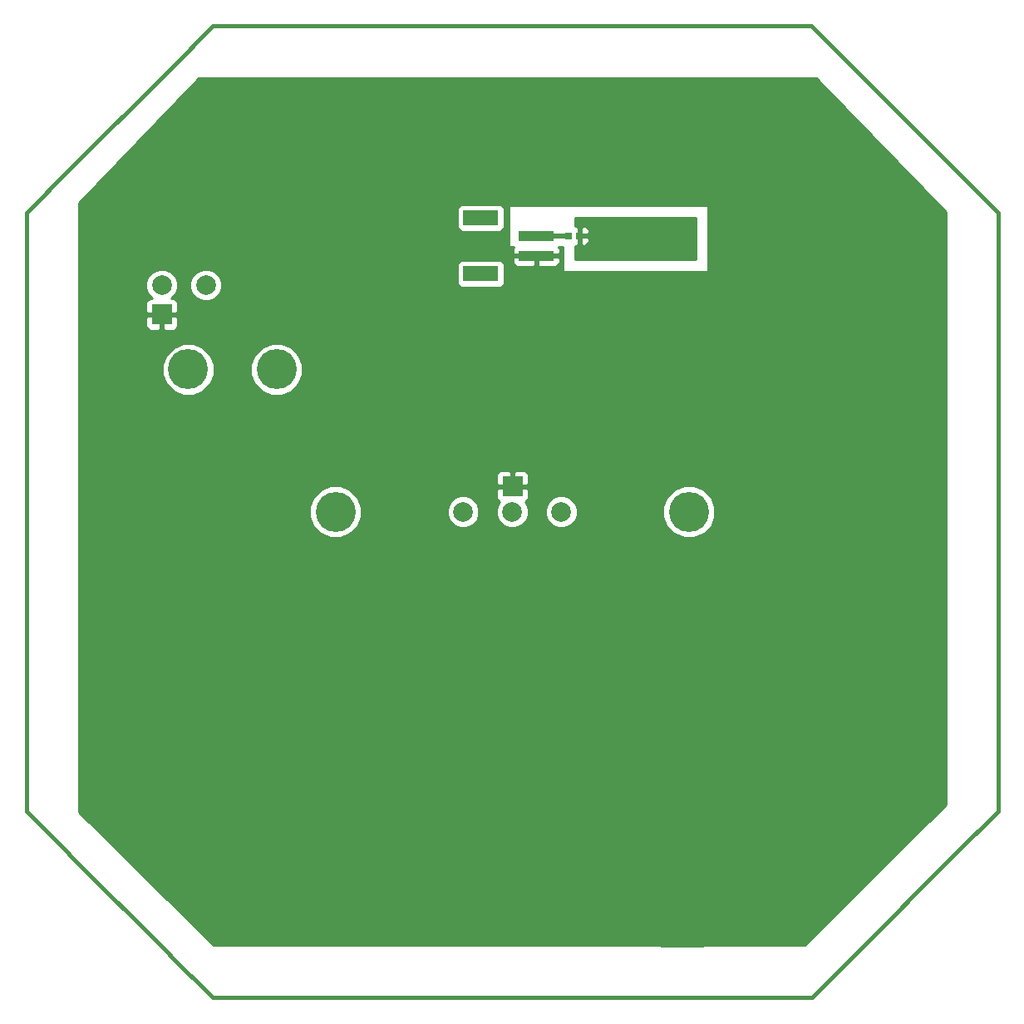
<source format=gbl>
G04 (created by PCBNEW (2013-june-11)-stable) date Sun 22 Dec 2013 01:43:27 AM CST*
%MOIN*%
G04 Gerber Fmt 3.4, Leading zero omitted, Abs format*
%FSLAX34Y34*%
G01*
G70*
G90*
G04 APERTURE LIST*
%ADD10C,0.00590551*%
%ADD11C,0.015*%
%ADD12R,0.14X0.04*%
%ADD13R,0.14X0.06*%
%ADD14C,0.16*%
%ADD15R,0.0276X0.0276*%
%ADD16C,0.0787*%
%ADD17R,0.0787X0.0787*%
%ADD18C,0.035*%
%ADD19C,0.008*%
%ADD20C,0.019685*%
%ADD21C,0.01*%
G04 APERTURE END LIST*
G54D10*
G54D11*
X59122Y-27015D02*
X35114Y-27015D01*
X66607Y-58488D02*
X66607Y-34504D01*
X35114Y-65984D02*
X59142Y-65984D01*
X27638Y-58504D02*
X27638Y-34500D01*
X33390Y-64256D02*
X35110Y-65976D01*
X27643Y-58508D02*
X27642Y-58508D01*
X29351Y-60216D02*
X27643Y-58508D01*
X59142Y-65969D02*
X59142Y-65980D01*
X60851Y-64260D02*
X59142Y-65969D01*
X66607Y-58503D02*
X66607Y-58500D01*
X64890Y-60220D02*
X66607Y-58503D01*
X66603Y-34492D02*
X66603Y-34496D01*
X64886Y-32775D02*
X66603Y-34492D01*
X59126Y-27015D02*
X59126Y-27012D01*
X60843Y-28732D02*
X59126Y-27015D01*
X33402Y-28728D02*
X35118Y-27012D01*
X27638Y-34495D02*
X27638Y-34496D01*
X29358Y-32775D02*
X27638Y-34495D01*
X29355Y-32779D02*
X33402Y-28732D01*
X64890Y-32779D02*
X60843Y-28732D01*
X60843Y-64267D02*
X64890Y-60220D01*
X33402Y-64267D02*
X29358Y-60223D01*
G54D12*
X48086Y-35426D03*
X48086Y-36226D03*
G54D13*
X45866Y-36946D03*
X45866Y-34706D03*
G54D14*
X34134Y-40787D03*
X37677Y-40787D03*
X40039Y-46496D03*
X54212Y-46496D03*
G54D15*
X49823Y-35433D03*
X49389Y-35433D03*
G54D16*
X47126Y-46496D03*
X49095Y-46496D03*
X45158Y-46496D03*
X33070Y-37401D03*
X34842Y-37401D03*
G54D17*
X33070Y-38582D03*
X47136Y-45482D03*
G54D18*
X54133Y-36023D03*
X54133Y-35433D03*
X54133Y-34842D03*
X53543Y-34842D03*
X53543Y-35433D03*
X53543Y-36023D03*
X52952Y-36023D03*
X52952Y-35433D03*
X52952Y-34842D03*
X52362Y-34842D03*
X52362Y-35433D03*
X52362Y-36023D03*
X51771Y-36023D03*
X51771Y-35433D03*
X51771Y-34842D03*
X58464Y-39763D03*
X58464Y-40354D03*
X57283Y-40354D03*
X57283Y-39763D03*
X57874Y-39763D03*
X57874Y-40354D03*
X45078Y-39763D03*
X45078Y-40354D03*
X43897Y-40354D03*
X43897Y-39763D03*
X44488Y-39763D03*
X44488Y-40354D03*
X53346Y-53740D03*
X53346Y-54330D03*
X52165Y-54330D03*
X52165Y-53740D03*
X52755Y-53740D03*
X52755Y-54330D03*
X45866Y-61417D03*
X45866Y-62007D03*
X44685Y-62007D03*
X44685Y-61417D03*
X45275Y-61417D03*
X45275Y-62007D03*
X38188Y-53740D03*
X38188Y-54330D03*
X37007Y-54330D03*
X37007Y-53740D03*
X37598Y-53740D03*
X37598Y-54330D03*
X45078Y-32283D03*
X45078Y-32874D03*
X43897Y-32874D03*
X43897Y-32283D03*
X44488Y-32283D03*
X44488Y-32874D03*
X45748Y-48267D03*
X45748Y-47677D03*
X46614Y-47638D03*
X46142Y-48267D03*
X46142Y-47677D03*
G54D11*
X54133Y-34842D02*
X54133Y-35433D01*
X53543Y-35433D02*
X53543Y-34842D01*
X52952Y-36023D02*
X53543Y-36023D01*
X52952Y-34842D02*
X52952Y-35433D01*
X52362Y-35433D02*
X52362Y-34842D01*
X51771Y-36023D02*
X52362Y-36023D01*
X51771Y-34842D02*
X51771Y-35433D01*
G54D19*
X58464Y-40354D02*
X58464Y-39763D01*
X57283Y-39763D02*
X57283Y-40354D01*
X57874Y-40354D02*
X57874Y-39763D01*
X45078Y-40354D02*
X45078Y-39763D01*
X43897Y-39763D02*
X43897Y-40354D01*
X44488Y-40354D02*
X44488Y-39763D01*
X53346Y-54330D02*
X53346Y-53740D01*
X52165Y-53740D02*
X52165Y-54330D01*
X52755Y-54330D02*
X52755Y-53740D01*
X45866Y-62007D02*
X45866Y-61417D01*
X44685Y-61417D02*
X44685Y-62007D01*
X45275Y-62007D02*
X45275Y-61417D01*
X38188Y-54330D02*
X38188Y-53740D01*
X37007Y-53740D02*
X37007Y-54330D01*
X37598Y-54330D02*
X37598Y-53740D01*
X45078Y-32874D02*
X45078Y-32283D01*
X43897Y-32283D02*
X43897Y-32874D01*
X44488Y-32874D02*
X44488Y-32283D01*
X45748Y-47677D02*
X45748Y-48267D01*
X46142Y-48267D02*
X46142Y-47677D01*
G54D20*
X49389Y-35433D02*
X48092Y-35433D01*
X48092Y-35433D02*
X48086Y-35426D01*
G54D10*
G36*
X64517Y-58246D02*
X58837Y-63887D01*
X55262Y-63887D01*
X55262Y-46288D01*
X55103Y-45902D01*
X54971Y-45769D01*
X54971Y-36861D01*
X54971Y-34201D01*
X46997Y-34201D01*
X46997Y-35876D01*
X47182Y-35876D01*
X47174Y-35885D01*
X47136Y-35977D01*
X47136Y-36114D01*
X47198Y-36176D01*
X48036Y-36176D01*
X48036Y-36168D01*
X48136Y-36168D01*
X48136Y-36176D01*
X48973Y-36176D01*
X49036Y-36114D01*
X49036Y-35977D01*
X48998Y-35885D01*
X48989Y-35876D01*
X49162Y-35876D01*
X49162Y-36861D01*
X54971Y-36861D01*
X54971Y-45769D01*
X54808Y-45606D01*
X54422Y-45446D01*
X54004Y-45445D01*
X53618Y-45605D01*
X53322Y-45900D01*
X53162Y-46286D01*
X53162Y-46704D01*
X53321Y-47090D01*
X53617Y-47385D01*
X54002Y-47545D01*
X54420Y-47546D01*
X54806Y-47386D01*
X54971Y-47222D01*
X55102Y-47091D01*
X55262Y-46705D01*
X55262Y-46288D01*
X55262Y-63887D01*
X54971Y-63887D01*
X54921Y-63887D01*
X54800Y-63887D01*
X54800Y-63890D01*
X53090Y-63890D01*
X53090Y-63887D01*
X49738Y-63887D01*
X49738Y-46368D01*
X49640Y-46131D01*
X49459Y-45950D01*
X49223Y-45852D01*
X49036Y-45852D01*
X49036Y-36476D01*
X49036Y-36339D01*
X48973Y-36276D01*
X48136Y-36276D01*
X48136Y-36614D01*
X48198Y-36676D01*
X48736Y-36676D01*
X48836Y-36676D01*
X48927Y-36638D01*
X48998Y-36568D01*
X49036Y-36476D01*
X49036Y-45852D01*
X48967Y-45852D01*
X48730Y-45950D01*
X48549Y-46131D01*
X48451Y-46367D01*
X48451Y-46623D01*
X48549Y-46860D01*
X48730Y-47041D01*
X48966Y-47139D01*
X49222Y-47139D01*
X49459Y-47041D01*
X49640Y-46860D01*
X49738Y-46624D01*
X49738Y-46368D01*
X49738Y-63887D01*
X48036Y-63887D01*
X48036Y-36614D01*
X48036Y-36276D01*
X47198Y-36276D01*
X47136Y-36339D01*
X47136Y-36476D01*
X47174Y-36568D01*
X47244Y-36638D01*
X47336Y-36676D01*
X47435Y-36676D01*
X47973Y-36676D01*
X48036Y-36614D01*
X48036Y-63887D01*
X47779Y-63887D01*
X47779Y-45825D01*
X47779Y-45138D01*
X47779Y-45038D01*
X47741Y-44946D01*
X47670Y-44876D01*
X47579Y-44838D01*
X47248Y-44838D01*
X47186Y-44901D01*
X47186Y-45432D01*
X47717Y-45432D01*
X47779Y-45369D01*
X47779Y-45138D01*
X47779Y-45825D01*
X47779Y-45594D01*
X47717Y-45532D01*
X47186Y-45532D01*
X47186Y-45539D01*
X47086Y-45539D01*
X47086Y-45532D01*
X47086Y-45432D01*
X47086Y-44901D01*
X47023Y-44838D01*
X46816Y-44838D01*
X46816Y-37197D01*
X46816Y-36597D01*
X46816Y-34957D01*
X46816Y-34357D01*
X46778Y-34265D01*
X46707Y-34194D01*
X46616Y-34156D01*
X46516Y-34156D01*
X45116Y-34156D01*
X45024Y-34194D01*
X44954Y-34264D01*
X44916Y-34356D01*
X44916Y-34456D01*
X44916Y-35056D01*
X44954Y-35148D01*
X45024Y-35218D01*
X45116Y-35256D01*
X45215Y-35256D01*
X46615Y-35256D01*
X46707Y-35218D01*
X46777Y-35148D01*
X46816Y-35056D01*
X46816Y-34957D01*
X46816Y-36597D01*
X46778Y-36505D01*
X46707Y-36434D01*
X46616Y-36396D01*
X46516Y-36396D01*
X45116Y-36396D01*
X45024Y-36434D01*
X44954Y-36504D01*
X44916Y-36596D01*
X44916Y-36696D01*
X44916Y-37296D01*
X44954Y-37388D01*
X45024Y-37458D01*
X45116Y-37496D01*
X45215Y-37496D01*
X46615Y-37496D01*
X46707Y-37458D01*
X46777Y-37388D01*
X46816Y-37296D01*
X46816Y-37197D01*
X46816Y-44838D01*
X46692Y-44838D01*
X46601Y-44876D01*
X46530Y-44946D01*
X46492Y-45038D01*
X46492Y-45138D01*
X46492Y-45369D01*
X46555Y-45432D01*
X47086Y-45432D01*
X47086Y-45532D01*
X46555Y-45532D01*
X46492Y-45594D01*
X46492Y-45825D01*
X46492Y-45925D01*
X46530Y-46017D01*
X46601Y-46087D01*
X46617Y-46094D01*
X46580Y-46131D01*
X46482Y-46367D01*
X46482Y-46623D01*
X46580Y-46860D01*
X46761Y-47041D01*
X46997Y-47139D01*
X47253Y-47139D01*
X47490Y-47041D01*
X47671Y-46860D01*
X47769Y-46624D01*
X47769Y-46368D01*
X47671Y-46131D01*
X47640Y-46100D01*
X47670Y-46087D01*
X47741Y-46017D01*
X47779Y-45925D01*
X47779Y-45825D01*
X47779Y-63887D01*
X45801Y-63887D01*
X45801Y-46368D01*
X45703Y-46131D01*
X45522Y-45950D01*
X45286Y-45852D01*
X45030Y-45852D01*
X44793Y-45950D01*
X44612Y-46131D01*
X44514Y-46367D01*
X44514Y-46623D01*
X44612Y-46860D01*
X44793Y-47041D01*
X45029Y-47139D01*
X45285Y-47139D01*
X45522Y-47041D01*
X45703Y-46860D01*
X45801Y-46624D01*
X45801Y-46368D01*
X45801Y-63887D01*
X41089Y-63887D01*
X41089Y-46288D01*
X40930Y-45902D01*
X40634Y-45606D01*
X40249Y-45446D01*
X39831Y-45445D01*
X39445Y-45605D01*
X39149Y-45900D01*
X38989Y-46286D01*
X38989Y-46704D01*
X39148Y-47090D01*
X39443Y-47385D01*
X39829Y-47545D01*
X40247Y-47546D01*
X40633Y-47386D01*
X40928Y-47091D01*
X41089Y-46705D01*
X41089Y-46288D01*
X41089Y-63887D01*
X38727Y-63887D01*
X38727Y-40579D01*
X38567Y-40193D01*
X38272Y-39897D01*
X37886Y-39737D01*
X37469Y-39736D01*
X37083Y-39896D01*
X36787Y-40191D01*
X36627Y-40577D01*
X36626Y-40994D01*
X36786Y-41381D01*
X37081Y-41676D01*
X37467Y-41836D01*
X37884Y-41837D01*
X38271Y-41677D01*
X38566Y-41382D01*
X38726Y-40996D01*
X38727Y-40579D01*
X38727Y-63887D01*
X35486Y-63887D01*
X35486Y-37274D01*
X35388Y-37037D01*
X35207Y-36856D01*
X34971Y-36758D01*
X34715Y-36757D01*
X34478Y-36855D01*
X34297Y-37036D01*
X34199Y-37273D01*
X34198Y-37529D01*
X34296Y-37765D01*
X34477Y-37946D01*
X34713Y-38044D01*
X34969Y-38045D01*
X35206Y-37947D01*
X35387Y-37766D01*
X35485Y-37530D01*
X35486Y-37274D01*
X35486Y-63887D01*
X35184Y-63887D01*
X35184Y-40579D01*
X35024Y-40193D01*
X34729Y-39897D01*
X34343Y-39737D01*
X33926Y-39736D01*
X33714Y-39824D01*
X33714Y-37274D01*
X33616Y-37037D01*
X33435Y-36856D01*
X33199Y-36758D01*
X32943Y-36757D01*
X32706Y-36855D01*
X32525Y-37036D01*
X32427Y-37273D01*
X32427Y-37529D01*
X32525Y-37765D01*
X32698Y-37939D01*
X32627Y-37939D01*
X32535Y-37977D01*
X32465Y-38047D01*
X32427Y-38139D01*
X32427Y-38238D01*
X32427Y-38470D01*
X32489Y-38532D01*
X33020Y-38532D01*
X33020Y-38524D01*
X33120Y-38524D01*
X33120Y-38532D01*
X33651Y-38532D01*
X33714Y-38470D01*
X33714Y-38238D01*
X33714Y-38139D01*
X33676Y-38047D01*
X33605Y-37977D01*
X33513Y-37939D01*
X33443Y-37939D01*
X33616Y-37766D01*
X33714Y-37530D01*
X33714Y-37274D01*
X33714Y-39824D01*
X33714Y-39824D01*
X33714Y-38926D01*
X33714Y-38695D01*
X33651Y-38632D01*
X33120Y-38632D01*
X33120Y-39163D01*
X33183Y-39226D01*
X33513Y-39226D01*
X33605Y-39188D01*
X33676Y-39117D01*
X33714Y-39026D01*
X33714Y-38926D01*
X33714Y-39824D01*
X33540Y-39896D01*
X33244Y-40191D01*
X33084Y-40577D01*
X33083Y-40994D01*
X33243Y-41381D01*
X33538Y-41676D01*
X33924Y-41836D01*
X34341Y-41837D01*
X34728Y-41677D01*
X35023Y-41382D01*
X35183Y-40996D01*
X35184Y-40579D01*
X35184Y-63887D01*
X35138Y-63887D01*
X33020Y-61784D01*
X33020Y-39163D01*
X33020Y-38632D01*
X32489Y-38632D01*
X32427Y-38695D01*
X32427Y-38926D01*
X32427Y-39026D01*
X32465Y-39117D01*
X32535Y-39188D01*
X32627Y-39226D01*
X32958Y-39226D01*
X33020Y-39163D01*
X33020Y-61784D01*
X29735Y-58522D01*
X29735Y-34114D01*
X34549Y-29105D01*
X59309Y-29105D01*
X64517Y-34468D01*
X64517Y-58246D01*
X64517Y-58246D01*
G37*
G54D21*
X64517Y-58246D02*
X58837Y-63887D01*
X55262Y-63887D01*
X55262Y-46288D01*
X55103Y-45902D01*
X54971Y-45769D01*
X54971Y-36861D01*
X54971Y-34201D01*
X46997Y-34201D01*
X46997Y-35876D01*
X47182Y-35876D01*
X47174Y-35885D01*
X47136Y-35977D01*
X47136Y-36114D01*
X47198Y-36176D01*
X48036Y-36176D01*
X48036Y-36168D01*
X48136Y-36168D01*
X48136Y-36176D01*
X48973Y-36176D01*
X49036Y-36114D01*
X49036Y-35977D01*
X48998Y-35885D01*
X48989Y-35876D01*
X49162Y-35876D01*
X49162Y-36861D01*
X54971Y-36861D01*
X54971Y-45769D01*
X54808Y-45606D01*
X54422Y-45446D01*
X54004Y-45445D01*
X53618Y-45605D01*
X53322Y-45900D01*
X53162Y-46286D01*
X53162Y-46704D01*
X53321Y-47090D01*
X53617Y-47385D01*
X54002Y-47545D01*
X54420Y-47546D01*
X54806Y-47386D01*
X54971Y-47222D01*
X55102Y-47091D01*
X55262Y-46705D01*
X55262Y-46288D01*
X55262Y-63887D01*
X54971Y-63887D01*
X54921Y-63887D01*
X54800Y-63887D01*
X54800Y-63890D01*
X53090Y-63890D01*
X53090Y-63887D01*
X49738Y-63887D01*
X49738Y-46368D01*
X49640Y-46131D01*
X49459Y-45950D01*
X49223Y-45852D01*
X49036Y-45852D01*
X49036Y-36476D01*
X49036Y-36339D01*
X48973Y-36276D01*
X48136Y-36276D01*
X48136Y-36614D01*
X48198Y-36676D01*
X48736Y-36676D01*
X48836Y-36676D01*
X48927Y-36638D01*
X48998Y-36568D01*
X49036Y-36476D01*
X49036Y-45852D01*
X48967Y-45852D01*
X48730Y-45950D01*
X48549Y-46131D01*
X48451Y-46367D01*
X48451Y-46623D01*
X48549Y-46860D01*
X48730Y-47041D01*
X48966Y-47139D01*
X49222Y-47139D01*
X49459Y-47041D01*
X49640Y-46860D01*
X49738Y-46624D01*
X49738Y-46368D01*
X49738Y-63887D01*
X48036Y-63887D01*
X48036Y-36614D01*
X48036Y-36276D01*
X47198Y-36276D01*
X47136Y-36339D01*
X47136Y-36476D01*
X47174Y-36568D01*
X47244Y-36638D01*
X47336Y-36676D01*
X47435Y-36676D01*
X47973Y-36676D01*
X48036Y-36614D01*
X48036Y-63887D01*
X47779Y-63887D01*
X47779Y-45825D01*
X47779Y-45138D01*
X47779Y-45038D01*
X47741Y-44946D01*
X47670Y-44876D01*
X47579Y-44838D01*
X47248Y-44838D01*
X47186Y-44901D01*
X47186Y-45432D01*
X47717Y-45432D01*
X47779Y-45369D01*
X47779Y-45138D01*
X47779Y-45825D01*
X47779Y-45594D01*
X47717Y-45532D01*
X47186Y-45532D01*
X47186Y-45539D01*
X47086Y-45539D01*
X47086Y-45532D01*
X47086Y-45432D01*
X47086Y-44901D01*
X47023Y-44838D01*
X46816Y-44838D01*
X46816Y-37197D01*
X46816Y-36597D01*
X46816Y-34957D01*
X46816Y-34357D01*
X46778Y-34265D01*
X46707Y-34194D01*
X46616Y-34156D01*
X46516Y-34156D01*
X45116Y-34156D01*
X45024Y-34194D01*
X44954Y-34264D01*
X44916Y-34356D01*
X44916Y-34456D01*
X44916Y-35056D01*
X44954Y-35148D01*
X45024Y-35218D01*
X45116Y-35256D01*
X45215Y-35256D01*
X46615Y-35256D01*
X46707Y-35218D01*
X46777Y-35148D01*
X46816Y-35056D01*
X46816Y-34957D01*
X46816Y-36597D01*
X46778Y-36505D01*
X46707Y-36434D01*
X46616Y-36396D01*
X46516Y-36396D01*
X45116Y-36396D01*
X45024Y-36434D01*
X44954Y-36504D01*
X44916Y-36596D01*
X44916Y-36696D01*
X44916Y-37296D01*
X44954Y-37388D01*
X45024Y-37458D01*
X45116Y-37496D01*
X45215Y-37496D01*
X46615Y-37496D01*
X46707Y-37458D01*
X46777Y-37388D01*
X46816Y-37296D01*
X46816Y-37197D01*
X46816Y-44838D01*
X46692Y-44838D01*
X46601Y-44876D01*
X46530Y-44946D01*
X46492Y-45038D01*
X46492Y-45138D01*
X46492Y-45369D01*
X46555Y-45432D01*
X47086Y-45432D01*
X47086Y-45532D01*
X46555Y-45532D01*
X46492Y-45594D01*
X46492Y-45825D01*
X46492Y-45925D01*
X46530Y-46017D01*
X46601Y-46087D01*
X46617Y-46094D01*
X46580Y-46131D01*
X46482Y-46367D01*
X46482Y-46623D01*
X46580Y-46860D01*
X46761Y-47041D01*
X46997Y-47139D01*
X47253Y-47139D01*
X47490Y-47041D01*
X47671Y-46860D01*
X47769Y-46624D01*
X47769Y-46368D01*
X47671Y-46131D01*
X47640Y-46100D01*
X47670Y-46087D01*
X47741Y-46017D01*
X47779Y-45925D01*
X47779Y-45825D01*
X47779Y-63887D01*
X45801Y-63887D01*
X45801Y-46368D01*
X45703Y-46131D01*
X45522Y-45950D01*
X45286Y-45852D01*
X45030Y-45852D01*
X44793Y-45950D01*
X44612Y-46131D01*
X44514Y-46367D01*
X44514Y-46623D01*
X44612Y-46860D01*
X44793Y-47041D01*
X45029Y-47139D01*
X45285Y-47139D01*
X45522Y-47041D01*
X45703Y-46860D01*
X45801Y-46624D01*
X45801Y-46368D01*
X45801Y-63887D01*
X41089Y-63887D01*
X41089Y-46288D01*
X40930Y-45902D01*
X40634Y-45606D01*
X40249Y-45446D01*
X39831Y-45445D01*
X39445Y-45605D01*
X39149Y-45900D01*
X38989Y-46286D01*
X38989Y-46704D01*
X39148Y-47090D01*
X39443Y-47385D01*
X39829Y-47545D01*
X40247Y-47546D01*
X40633Y-47386D01*
X40928Y-47091D01*
X41089Y-46705D01*
X41089Y-46288D01*
X41089Y-63887D01*
X38727Y-63887D01*
X38727Y-40579D01*
X38567Y-40193D01*
X38272Y-39897D01*
X37886Y-39737D01*
X37469Y-39736D01*
X37083Y-39896D01*
X36787Y-40191D01*
X36627Y-40577D01*
X36626Y-40994D01*
X36786Y-41381D01*
X37081Y-41676D01*
X37467Y-41836D01*
X37884Y-41837D01*
X38271Y-41677D01*
X38566Y-41382D01*
X38726Y-40996D01*
X38727Y-40579D01*
X38727Y-63887D01*
X35486Y-63887D01*
X35486Y-37274D01*
X35388Y-37037D01*
X35207Y-36856D01*
X34971Y-36758D01*
X34715Y-36757D01*
X34478Y-36855D01*
X34297Y-37036D01*
X34199Y-37273D01*
X34198Y-37529D01*
X34296Y-37765D01*
X34477Y-37946D01*
X34713Y-38044D01*
X34969Y-38045D01*
X35206Y-37947D01*
X35387Y-37766D01*
X35485Y-37530D01*
X35486Y-37274D01*
X35486Y-63887D01*
X35184Y-63887D01*
X35184Y-40579D01*
X35024Y-40193D01*
X34729Y-39897D01*
X34343Y-39737D01*
X33926Y-39736D01*
X33714Y-39824D01*
X33714Y-37274D01*
X33616Y-37037D01*
X33435Y-36856D01*
X33199Y-36758D01*
X32943Y-36757D01*
X32706Y-36855D01*
X32525Y-37036D01*
X32427Y-37273D01*
X32427Y-37529D01*
X32525Y-37765D01*
X32698Y-37939D01*
X32627Y-37939D01*
X32535Y-37977D01*
X32465Y-38047D01*
X32427Y-38139D01*
X32427Y-38238D01*
X32427Y-38470D01*
X32489Y-38532D01*
X33020Y-38532D01*
X33020Y-38524D01*
X33120Y-38524D01*
X33120Y-38532D01*
X33651Y-38532D01*
X33714Y-38470D01*
X33714Y-38238D01*
X33714Y-38139D01*
X33676Y-38047D01*
X33605Y-37977D01*
X33513Y-37939D01*
X33443Y-37939D01*
X33616Y-37766D01*
X33714Y-37530D01*
X33714Y-37274D01*
X33714Y-39824D01*
X33714Y-39824D01*
X33714Y-38926D01*
X33714Y-38695D01*
X33651Y-38632D01*
X33120Y-38632D01*
X33120Y-39163D01*
X33183Y-39226D01*
X33513Y-39226D01*
X33605Y-39188D01*
X33676Y-39117D01*
X33714Y-39026D01*
X33714Y-38926D01*
X33714Y-39824D01*
X33540Y-39896D01*
X33244Y-40191D01*
X33084Y-40577D01*
X33083Y-40994D01*
X33243Y-41381D01*
X33538Y-41676D01*
X33924Y-41836D01*
X34341Y-41837D01*
X34728Y-41677D01*
X35023Y-41382D01*
X35183Y-40996D01*
X35184Y-40579D01*
X35184Y-63887D01*
X35138Y-63887D01*
X33020Y-61784D01*
X33020Y-39163D01*
X33020Y-38632D01*
X32489Y-38632D01*
X32427Y-38695D01*
X32427Y-38926D01*
X32427Y-39026D01*
X32465Y-39117D01*
X32535Y-39188D01*
X32627Y-39226D01*
X32958Y-39226D01*
X33020Y-39163D01*
X33020Y-61784D01*
X29735Y-58522D01*
X29735Y-34114D01*
X34549Y-29105D01*
X59309Y-29105D01*
X64517Y-34468D01*
X64517Y-58246D01*
G54D10*
G36*
X54477Y-36367D02*
X50211Y-36367D01*
X50211Y-35521D01*
X50211Y-35344D01*
X50211Y-35245D01*
X50173Y-35153D01*
X50102Y-35083D01*
X50010Y-35045D01*
X49935Y-35045D01*
X49873Y-35107D01*
X49873Y-35383D01*
X50148Y-35383D01*
X50211Y-35320D01*
X50211Y-35344D01*
X50211Y-35521D01*
X50211Y-35545D01*
X50148Y-35483D01*
X49873Y-35483D01*
X49873Y-35758D01*
X49935Y-35821D01*
X50010Y-35821D01*
X50102Y-35783D01*
X50173Y-35712D01*
X50211Y-35621D01*
X50211Y-35521D01*
X50211Y-36367D01*
X49656Y-36367D01*
X49656Y-35821D01*
X49710Y-35821D01*
X49773Y-35758D01*
X49773Y-35630D01*
X49777Y-35621D01*
X49777Y-35521D01*
X49777Y-35245D01*
X49773Y-35235D01*
X49773Y-35107D01*
X49710Y-35045D01*
X49656Y-35045D01*
X49656Y-34695D01*
X54477Y-34695D01*
X54477Y-36367D01*
X54477Y-36367D01*
G37*
G54D21*
X54477Y-36367D02*
X50211Y-36367D01*
X50211Y-35521D01*
X50211Y-35344D01*
X50211Y-35245D01*
X50173Y-35153D01*
X50102Y-35083D01*
X50010Y-35045D01*
X49935Y-35045D01*
X49873Y-35107D01*
X49873Y-35383D01*
X50148Y-35383D01*
X50211Y-35320D01*
X50211Y-35344D01*
X50211Y-35521D01*
X50211Y-35545D01*
X50148Y-35483D01*
X49873Y-35483D01*
X49873Y-35758D01*
X49935Y-35821D01*
X50010Y-35821D01*
X50102Y-35783D01*
X50173Y-35712D01*
X50211Y-35621D01*
X50211Y-35521D01*
X50211Y-36367D01*
X49656Y-36367D01*
X49656Y-35821D01*
X49710Y-35821D01*
X49773Y-35758D01*
X49773Y-35630D01*
X49777Y-35621D01*
X49777Y-35521D01*
X49777Y-35245D01*
X49773Y-35235D01*
X49773Y-35107D01*
X49710Y-35045D01*
X49656Y-35045D01*
X49656Y-34695D01*
X54477Y-34695D01*
X54477Y-36367D01*
M02*

</source>
